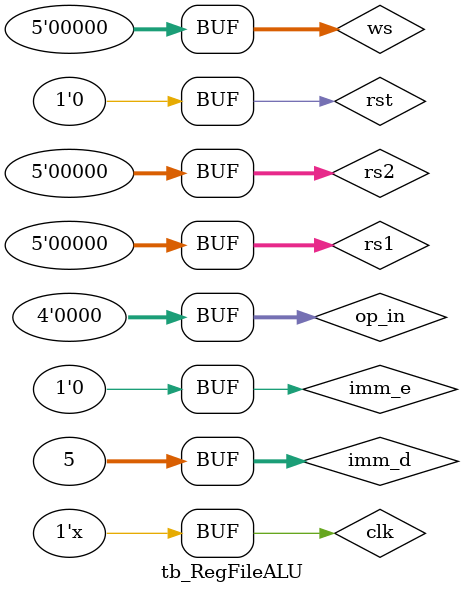
<source format=v>

module RegFileALU #(parameter DATA_WIDTH  = 32, NAME_BITS = 5, CTRL_BITS = 4) 
                (clk, rst, imm_e, rs1, rs2, ws_in, op_in, imm_d);
   
   input wire clk, rst, imm_e; 
   input wire [NAME_BITS-1:0] rs1, rs2, ws_in;
   input wire [CTRL_BITS-1:0] op_in;
   input wire [DATA_WIDTH-1:0] imm_d;

   reg  write; 
   reg [NAME_BITS-1:0] ws;
   reg [DATA_WIDTH-1:0] wd;
   wire [DATA_WIDTH-1:0] rd1, rd2;
   
   wire [DATA_WIDTH-1:0] c;
   wire over, c_out, zero;
   reg [DATA_WIDTH-1:0] a, b;


   registerFile_2 regFile ( 
     .rst (rst), 
     .we  (write), 
     .rs1 (rs1), 
     .rs2 (rs2), 
     .ws  (ws),  
     .wd  (wd), 
     .rd1 (rd1), 
     .rd2 (rd2) 
   ); 

   alu my_alu ( 
     .ctrl (op_in), 
     .a (a), 
     .b (b), 
     .c (c), 
     .zero (zero), 
     .over (over), 
     .c_out (c_out) 
   ); 

   always @(posedge clk) begin
      write <= 1;
      ws    <= (rst) ? 0 : ws_in;
   end

   always @(*) begin
      a     <= rd1;
      b     <= (imm_e) ? imm_d : rd2;
      wd    <= c;
   end

endmodule

module tb_RegFileALU; 
   parameter reg_len  = 32;
   parameter name_bit = 5;
   parameter num_regs = 32;
   parameter ctrl_bits = 4;

   localparam AND = 4'b0000, OR  = 4'b0001, ADD = 4'b0010, SUB = 4'b0110, 
              SLT = 4'b0111, SGE = 4'b0101, NOR = 4'b1100;

   reg clk, rst, imm_e; 
   reg [ctrl_bits-1:0] op_in;
   reg [reg_len-1:0] imm_d;
   reg [name_bit-1:0] rs1, rs2, ws;

   RegFileALU my_very_small_processor_thingy ( 
     .clk   (clk), 
     .rst  (rst),
     .rs1   (rs1), 
     .rs2   (rs2), 
     .ws_in (ws), 
     .op_in (op_in),
     .imm_e (imm_e),
     .imm_d (imm_d)
   ); 
    
   initial 
   begin 
   clk = 0; 
   ws  = 0;
   imm_e = 0;
   rs1 = 0;
   rs2 = 0;
   op_in = 0;
   rst = 1;
   #20 rst = 0;
   #15 ws  = 1;
       rs1 = 0;
       rs2 = 0;
       op_in = OR;
       imm_d = 5;
       imm_e = 1;
   #10 ws  = 2;
       rs1 = 1;
       rs2 = 0;
       op_in = OR;
       imm_e = 0;
   #10 ws  = 6;
       rs1 = 1;
       rs2 = 0;
       op_in = OR;
   #10 ws  = 3;
       rs1 = 0;
       rs2 = 2;
       op_in = ADD;
   #10 ws  = 7;
       rs1 = 6;
       rs2 = 6;
       op_in = AND;
   #10 ws  = 4;
       rs1 = 0;
       rs2 = 3;
       op_in = SUB;
   #10 ws  = 6;
       rs1 = 7;
       rs2 = 6;
       op_in = SGE;
   #10 ws  = 5;
       rs1 = 0;
       rs2 = 2;
       op_in = SLT; 
   #10 ws  = 0;
       rs1 = 0;
       rs2 = 0;
       op_in = AND;
   #10 ws  = 0;
       rs1 = 0;
       rs2 = 0;
       op_in = AND;
   #10 ws  = 0;
       rs1 = 0;
       rs2 = 0;
       op_in = AND;

   $display("Expect 5 in r1, r2, and r3; -5 in r4; 1 in r5");
   $display("Also 5 in r7; r6 will be 5 then 1");


   end 
    
   always 
     #5  clk =  ! clk; 
    
endmodule 
</source>
